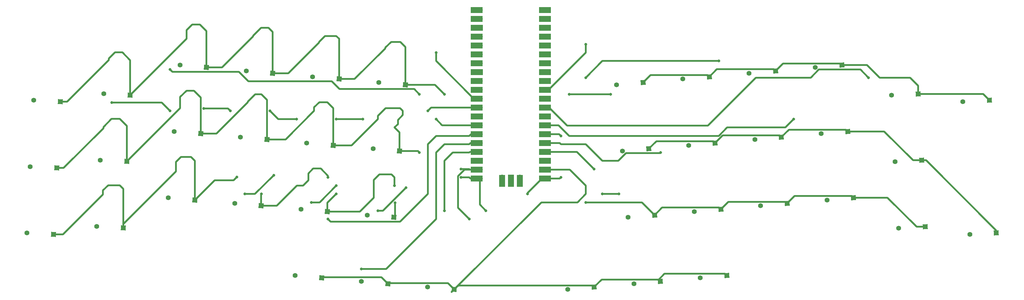
<source format=gbr>
G04 #@! TF.GenerationSoftware,KiCad,Pcbnew,8.0.3*
G04 #@! TF.CreationDate,2024-08-04T13:44:25+09:00*
G04 #@! TF.ProjectId,first_keyboard,66697273-745f-46b6-9579-626f6172642e,rev?*
G04 #@! TF.SameCoordinates,Original*
G04 #@! TF.FileFunction,Copper,L1,Top*
G04 #@! TF.FilePolarity,Positive*
%FSLAX46Y46*%
G04 Gerber Fmt 4.6, Leading zero omitted, Abs format (unit mm)*
G04 Created by KiCad (PCBNEW 8.0.3) date 2024-08-04 13:44:25*
%MOMM*%
%LPD*%
G01*
G04 APERTURE LIST*
G04 Aperture macros list*
%AMRotRect*
0 Rectangle, with rotation*
0 The origin of the aperture is its center*
0 $1 length*
0 $2 width*
0 $3 Rotation angle, in degrees counterclockwise*
0 Add horizontal line*
21,1,$1,$2,0,0,$3*%
G04 Aperture macros list end*
G04 #@! TA.AperFunction,ComponentPad*
%ADD10RotRect,1.397000X1.397000X185.000000*%
G04 #@! TD*
G04 #@! TA.AperFunction,ComponentPad*
%ADD11C,1.397000*%
G04 #@! TD*
G04 #@! TA.AperFunction,ComponentPad*
%ADD12RotRect,1.397000X1.397000X183.000000*%
G04 #@! TD*
G04 #@! TA.AperFunction,ComponentPad*
%ADD13RotRect,1.397000X1.397000X177.000000*%
G04 #@! TD*
G04 #@! TA.AperFunction,ComponentPad*
%ADD14RotRect,1.397000X1.397000X175.000000*%
G04 #@! TD*
G04 #@! TA.AperFunction,ComponentPad*
%ADD15O,1.700000X1.700000*%
G04 #@! TD*
G04 #@! TA.AperFunction,SMDPad,CuDef*
%ADD16R,3.500000X1.700000*%
G04 #@! TD*
G04 #@! TA.AperFunction,ComponentPad*
%ADD17R,1.700000X1.700000*%
G04 #@! TD*
G04 #@! TA.AperFunction,SMDPad,CuDef*
%ADD18R,1.700000X3.500000*%
G04 #@! TD*
G04 #@! TA.AperFunction,ViaPad*
%ADD19C,0.800000*%
G04 #@! TD*
G04 #@! TA.AperFunction,Conductor*
%ADD20C,0.500000*%
G04 #@! TD*
G04 APERTURE END LIST*
D10*
X255456745Y-177472751D03*
D11*
X247865741Y-178136881D03*
D12*
X351303278Y-144569738D03*
D11*
X343693722Y-144968542D03*
D10*
X271113621Y-137857416D03*
D11*
X263522617Y-138521546D03*
D13*
X103318780Y-181161302D03*
D11*
X95709224Y-180762498D03*
D10*
X312389272Y-172491800D03*
D11*
X304798268Y-173155930D03*
D14*
X160121436Y-195454073D03*
D11*
X152530432Y-194789943D03*
D10*
X291751447Y-155174608D03*
D11*
X284160443Y-155838738D03*
D10*
X274434254Y-175812434D03*
D11*
X266843250Y-176476564D03*
D13*
X85306277Y-144968541D03*
D11*
X77696721Y-144569737D03*
D14*
X123826735Y-173155930D03*
D11*
X116235731Y-172491800D03*
D14*
X180759262Y-178136881D03*
D11*
X173168258Y-177472751D03*
D12*
X330921779Y-142777540D03*
D11*
X323312223Y-143176344D03*
D10*
X252136112Y-139517733D03*
D11*
X244545108Y-140181863D03*
D12*
X331918779Y-161801432D03*
D11*
X324309223Y-162200236D03*
D14*
X184079895Y-140181863D03*
D11*
X176488891Y-139517733D03*
D13*
X84309277Y-163992433D03*
D11*
X76699721Y-163593629D03*
D14*
X144464560Y-155838738D03*
D11*
X136873556Y-155174608D03*
D13*
X105312780Y-143113516D03*
D11*
X97703224Y-142714712D03*
D14*
X142804244Y-174816247D03*
D11*
X135213240Y-174152117D03*
D10*
X293411763Y-174152117D03*
D11*
X285820759Y-174816247D03*
D13*
X104315780Y-162137409D03*
D11*
X96706224Y-161738605D03*
D14*
X198076454Y-198774707D03*
D11*
X190485450Y-198110577D03*
D12*
X353297276Y-182617522D03*
D11*
X345687720Y-183016326D03*
D10*
X257117062Y-196450260D03*
D11*
X249526058Y-197114390D03*
D10*
X309068639Y-134536782D03*
D11*
X301477635Y-135200912D03*
D10*
X290091130Y-136197099D03*
D11*
X282500126Y-136861229D03*
D10*
X253796429Y-158495242D03*
D11*
X246205425Y-159159372D03*
D14*
X161781753Y-176476564D03*
D11*
X154190749Y-175812434D03*
D10*
X310728956Y-153514291D03*
D11*
X303137952Y-154178421D03*
D10*
X238139553Y-198110577D03*
D11*
X230548549Y-198774707D03*
D14*
X146124877Y-136861229D03*
D11*
X138533873Y-136197099D03*
D12*
X332915779Y-180825325D03*
D11*
X325306223Y-181224129D03*
D14*
X163442069Y-157499055D03*
D11*
X155851065Y-156834925D03*
D14*
X182419578Y-159159372D03*
D11*
X174828574Y-158495242D03*
D13*
X83312277Y-183016327D03*
D11*
X75702721Y-182617523D03*
D14*
X125487051Y-154178421D03*
D11*
X117896047Y-153514291D03*
D14*
X127147368Y-135200912D03*
D11*
X119556364Y-134536782D03*
D14*
X165102386Y-138521546D03*
D11*
X157511382Y-137857416D03*
D10*
X272773938Y-156834925D03*
D11*
X265182934Y-157499055D03*
D14*
X179098945Y-197114390D03*
D11*
X171507941Y-196450260D03*
D10*
X276094571Y-194789943D03*
D11*
X268503567Y-195454073D03*
D15*
X205422500Y-118745000D03*
D16*
X204522500Y-118745000D03*
D15*
X205422500Y-121285000D03*
D16*
X204522500Y-121285000D03*
D17*
X205422500Y-123825000D03*
D16*
X204522500Y-123825000D03*
D15*
X205422500Y-126365000D03*
D16*
X204522500Y-126365000D03*
D15*
X205422500Y-128905000D03*
D16*
X204522500Y-128905000D03*
D15*
X205422500Y-131445000D03*
D16*
X204522500Y-131445000D03*
D15*
X205422500Y-133985000D03*
D16*
X204522500Y-133985000D03*
D17*
X205422500Y-136525000D03*
D16*
X204522500Y-136525000D03*
D15*
X205422500Y-139065000D03*
D16*
X204522500Y-139065000D03*
D15*
X205422500Y-141605000D03*
D16*
X204522500Y-141605000D03*
D15*
X205422500Y-144145000D03*
D16*
X204522500Y-144145000D03*
D15*
X205422500Y-146685000D03*
D16*
X204522500Y-146685000D03*
D17*
X205422500Y-149225000D03*
D16*
X204522500Y-149225000D03*
D15*
X205422500Y-151765000D03*
D16*
X204522500Y-151765000D03*
D15*
X205422500Y-154305000D03*
D16*
X204522500Y-154305000D03*
D15*
X205422500Y-156845000D03*
D16*
X204522500Y-156845000D03*
D15*
X205422500Y-159385000D03*
D16*
X204522500Y-159385000D03*
D17*
X205422500Y-161925000D03*
D16*
X204522500Y-161925000D03*
D15*
X205422500Y-164465000D03*
D16*
X204522500Y-164465000D03*
D15*
X205422500Y-167005000D03*
D16*
X204522500Y-167005000D03*
D15*
X223202500Y-167005000D03*
D16*
X224102500Y-167005000D03*
D15*
X223202500Y-164465000D03*
D16*
X224102500Y-164465000D03*
D17*
X223202500Y-161925000D03*
D16*
X224102500Y-161925000D03*
D15*
X223202500Y-159385000D03*
D16*
X224102500Y-159385000D03*
D15*
X223202500Y-156845000D03*
D16*
X224102500Y-156845000D03*
D15*
X223202500Y-154305000D03*
D16*
X224102500Y-154305000D03*
D15*
X223202500Y-151765000D03*
D16*
X224102500Y-151765000D03*
D17*
X223202500Y-149225000D03*
D16*
X224102500Y-149225000D03*
D15*
X223202500Y-146685000D03*
D16*
X224102500Y-146685000D03*
D15*
X223202500Y-144145000D03*
D16*
X224102500Y-144145000D03*
D15*
X223202500Y-141605000D03*
D16*
X224102500Y-141605000D03*
D15*
X223202500Y-139065000D03*
D16*
X224102500Y-139065000D03*
D17*
X223202500Y-136525000D03*
D16*
X224102500Y-136525000D03*
D15*
X223202500Y-133985000D03*
D16*
X224102500Y-133985000D03*
D15*
X223202500Y-131445000D03*
D16*
X224102500Y-131445000D03*
D15*
X223202500Y-128905000D03*
D16*
X224102500Y-128905000D03*
D15*
X223202500Y-126365000D03*
D16*
X224102500Y-126365000D03*
D17*
X223202500Y-123825000D03*
D16*
X224102500Y-123825000D03*
D15*
X223202500Y-121285000D03*
D16*
X224102500Y-121285000D03*
D15*
X223202500Y-118745000D03*
D16*
X224102500Y-118745000D03*
D15*
X211772500Y-166775000D03*
D18*
X211772500Y-167675000D03*
D17*
X214312500Y-166775000D03*
D18*
X214312500Y-167675000D03*
D15*
X216852500Y-166775000D03*
D18*
X216852500Y-167675000D03*
D19*
X195262500Y-142875000D03*
X242887500Y-142875000D03*
X230981250Y-142875000D03*
X200025000Y-164306250D03*
X202406250Y-178593750D03*
X188118750Y-159543750D03*
X207168750Y-176212500D03*
X200025000Y-166687500D03*
X240506250Y-171450000D03*
X245268750Y-171450000D03*
X181115089Y-173971339D03*
X180975000Y-169068750D03*
X219075000Y-171450000D03*
X161925000Y-166687500D03*
X135862534Y-166556216D03*
X164306250Y-171450000D03*
X142875000Y-171450000D03*
X235743750Y-173831250D03*
X228600000Y-166687500D03*
X138112500Y-171450000D03*
X146423971Y-166069604D03*
X164306250Y-169068750D03*
X157162500Y-173831250D03*
X176212500Y-176212500D03*
X184258293Y-169626053D03*
X192881250Y-130968750D03*
X152917906Y-150018750D03*
X116681250Y-147637500D03*
X164306250Y-150018750D03*
X190500000Y-147637500D03*
X145314560Y-147637500D03*
X133940399Y-147637500D03*
X126337050Y-146964916D03*
X100012500Y-145256250D03*
X171895416Y-150018750D03*
X192881250Y-150018750D03*
X116681250Y-135731250D03*
X188118750Y-142875000D03*
X161925000Y-178593750D03*
X171450000Y-192881250D03*
X195262500Y-176212500D03*
X238125000Y-164306250D03*
X257175000Y-159543750D03*
X228600000Y-154781250D03*
X235743750Y-138112500D03*
X273843750Y-133350000D03*
X295275000Y-150018750D03*
X316706250Y-138112500D03*
X235743750Y-128587500D03*
D20*
X127147368Y-135200912D02*
X131616928Y-135200912D01*
X140493750Y-126324090D02*
X140493750Y-126098094D01*
X100927164Y-130902168D02*
X103042034Y-130902168D01*
X103042034Y-130902168D02*
X105312780Y-133172914D01*
X164300725Y-126200725D02*
X165102386Y-127002386D01*
X319872604Y-138112500D02*
X328612500Y-138112500D01*
X99163082Y-133028001D02*
X99163082Y-132666250D01*
X202406250Y-164306250D02*
X202565000Y-164465000D01*
X195262500Y-142875000D02*
X192569363Y-140181863D01*
X316296886Y-134536782D02*
X319872604Y-138112500D01*
X123073928Y-122880091D02*
X125261341Y-122880091D01*
X330921779Y-142777540D02*
X349511080Y-142777540D01*
X140493750Y-126098094D02*
X142766844Y-123825000D01*
X144928078Y-123825000D02*
X146124877Y-125021799D01*
X290091130Y-136197099D02*
X292235817Y-134052412D01*
X199175000Y-166335418D02*
X199175000Y-175362500D01*
X165102386Y-127002386D02*
X165102386Y-138521546D01*
X146124877Y-136861229D02*
X150594439Y-136861229D01*
X271113621Y-137857416D02*
X273258308Y-135712729D01*
X289606760Y-135712729D02*
X290091130Y-136197099D01*
X178368852Y-129498645D02*
X180006455Y-127861042D01*
X121443750Y-126982546D02*
X121443750Y-124510269D01*
X131616928Y-135200912D02*
X140493750Y-126324090D01*
X127147368Y-124766118D02*
X127147368Y-135200912D01*
X273258308Y-135712729D02*
X289606760Y-135712729D01*
X252136112Y-139517733D02*
X254280799Y-137373046D01*
X165102386Y-138521546D02*
X169571947Y-138521546D01*
X201045418Y-164465000D02*
X199175000Y-166335418D01*
X180006455Y-127861042D02*
X182629792Y-127861042D01*
X99163082Y-132666250D02*
X100927164Y-130902168D01*
X270629251Y-137373046D02*
X271113621Y-137857416D01*
X242887500Y-142875000D02*
X230981250Y-142875000D01*
X349511080Y-142777540D02*
X351303278Y-144569738D01*
X182629792Y-127861042D02*
X184079895Y-129311145D01*
X199175000Y-175362500D02*
X202406250Y-178593750D01*
X330921779Y-140421779D02*
X330921779Y-142777540D01*
X309068639Y-134536782D02*
X316296886Y-134536782D01*
X192569363Y-140181863D02*
X184079895Y-140181863D01*
X308584269Y-134052412D02*
X309068639Y-134536782D01*
X205422500Y-164465000D02*
X201045418Y-164465000D01*
X150594439Y-136861229D02*
X159391344Y-128064324D01*
X200025000Y-164306250D02*
X202406250Y-164306250D01*
X328612500Y-138112500D02*
X330921779Y-140421779D01*
X169571947Y-138521546D02*
X178368852Y-129724641D01*
X161101509Y-126200725D02*
X164300725Y-126200725D01*
X146124877Y-125021799D02*
X146124877Y-136861229D01*
X85306277Y-144968541D02*
X87222542Y-144968541D01*
X254280799Y-137373046D02*
X270629251Y-137373046D01*
X105312780Y-133172914D02*
X105312780Y-143113516D01*
X159391344Y-128064324D02*
X159391344Y-127910890D01*
X125261341Y-122880091D02*
X127147368Y-124766118D01*
X292235817Y-134052412D02*
X308584269Y-134052412D01*
X105312780Y-143113516D02*
X121443750Y-126982546D01*
X142766844Y-123825000D02*
X144928078Y-123825000D01*
X184079895Y-129311145D02*
X184079895Y-140181863D01*
X178368852Y-129724641D02*
X178368852Y-129498645D01*
X121443750Y-124510269D02*
X123073928Y-122880091D01*
X87222542Y-144968541D02*
X99163082Y-133028001D01*
X202565000Y-164465000D02*
X205422500Y-164465000D01*
X159391344Y-127910890D02*
X161101509Y-126200725D01*
X205422500Y-174466250D02*
X205422500Y-167005000D01*
X202723750Y-167005000D02*
X205422500Y-167005000D01*
X125487051Y-143787409D02*
X125487051Y-154178421D01*
X102301061Y-149926061D02*
X104315780Y-151940780D01*
X119595589Y-146857600D02*
X119595589Y-143675623D01*
X183356250Y-147637500D02*
X183356250Y-148818637D01*
X104315780Y-151940780D02*
X104315780Y-162137409D01*
X104315780Y-162137409D02*
X119595589Y-146857600D01*
X142875000Y-142875000D02*
X144464560Y-144464560D01*
X97631250Y-152586728D02*
X97631250Y-152268779D01*
X163442069Y-146904340D02*
X163442069Y-157499055D01*
X245268750Y-171450000D02*
X240506250Y-171450000D01*
X157976725Y-146642700D02*
X159441191Y-145178234D01*
X329467818Y-161801432D02*
X331918779Y-161801432D01*
X121413612Y-141857600D02*
X123557242Y-141857600D01*
X333180644Y-161801432D02*
X353297276Y-181918064D01*
X178418701Y-146838552D02*
X182557302Y-146838552D01*
X182557302Y-146838552D02*
X183356250Y-147637500D01*
X207168750Y-176212500D02*
X205422500Y-174466250D01*
X119595589Y-143675623D02*
X121413612Y-141857600D01*
X182419578Y-159159372D02*
X187734372Y-159159372D01*
X138999216Y-144982384D02*
X141106600Y-142875000D01*
X272773938Y-156834925D02*
X274918625Y-154690238D01*
X157976725Y-147637500D02*
X157976725Y-146642700D01*
X181954235Y-151420765D02*
X180975000Y-152400000D01*
X353297276Y-181918064D02*
X353297276Y-182617522D01*
X149775487Y-155838738D02*
X157976725Y-147637500D01*
X86225545Y-163992433D02*
X97631250Y-152586728D01*
X161715963Y-145178234D02*
X163442069Y-146904340D01*
X176212500Y-150018750D02*
X176212500Y-149044753D01*
X321180677Y-153514291D02*
X329467818Y-161801432D01*
X182419578Y-153844578D02*
X182419578Y-159159372D01*
X187734372Y-159159372D02*
X188118750Y-159543750D01*
X255941116Y-156350555D02*
X272289568Y-156350555D01*
X291267077Y-154690238D02*
X291751447Y-155174608D01*
X84309277Y-163992433D02*
X86225545Y-163992433D01*
X176212500Y-149044753D02*
X178418701Y-146838552D01*
X310244586Y-153029921D02*
X310728956Y-153514291D01*
X141106600Y-142875000D02*
X142875000Y-142875000D01*
X274918625Y-154690238D02*
X291267077Y-154690238D01*
X181954235Y-150220652D02*
X181954235Y-151420765D01*
X310728956Y-153514291D02*
X321180677Y-153514291D01*
X163442069Y-157499055D02*
X168732195Y-157499055D01*
X331918779Y-161801432D02*
X333180644Y-161801432D01*
X129956613Y-154178421D02*
X138999216Y-145135818D01*
X272289568Y-156350555D02*
X272773938Y-156834925D01*
X291751447Y-155174608D02*
X293896134Y-153029921D01*
X125487051Y-154178421D02*
X129956613Y-154178421D01*
X293896134Y-153029921D02*
X310244586Y-153029921D01*
X97631250Y-152268779D02*
X99973968Y-149926061D01*
X159441191Y-145178234D02*
X161715963Y-145178234D01*
X144464560Y-155838738D02*
X149775487Y-155838738D01*
X138999216Y-145135818D02*
X138999216Y-144982384D01*
X99973968Y-149926061D02*
X102301061Y-149926061D01*
X144464560Y-144464560D02*
X144464560Y-155838738D01*
X180975000Y-152400000D02*
X182419578Y-153844578D01*
X123557242Y-141857600D02*
X125487051Y-143787409D01*
X200025000Y-166687500D02*
X202406250Y-166687500D01*
X168732195Y-157499055D02*
X176212500Y-150018750D01*
X183356250Y-148818637D02*
X181954235Y-150220652D01*
X253796429Y-158495242D02*
X255941116Y-156350555D01*
X202406250Y-166687500D02*
X202723750Y-167005000D01*
X97512500Y-171568750D02*
X97512500Y-170414416D01*
X181115089Y-173971339D02*
X181115089Y-177781054D01*
X154781250Y-169068750D02*
X156316407Y-167533593D01*
X134923324Y-167495426D02*
X135862534Y-166556216D01*
X255456745Y-177472751D02*
X257601432Y-175328064D01*
X164306250Y-171450000D02*
X161781753Y-173974497D01*
X147273801Y-174816247D02*
X153021298Y-169068750D01*
X330464821Y-180825325D02*
X332915779Y-180825325D01*
X122735109Y-160835109D02*
X123826735Y-161926735D01*
X295556450Y-172007430D02*
X311904902Y-172007430D01*
X103318780Y-180049970D02*
X118361391Y-165007359D01*
X219075000Y-171450000D02*
X219075000Y-171132500D01*
X142804244Y-171520756D02*
X142875000Y-171450000D01*
X142804244Y-174816247D02*
X142804244Y-171520756D01*
X153021298Y-169068750D02*
X154781250Y-169068750D01*
X119825857Y-160835109D02*
X122735109Y-160835109D01*
X176685821Y-165816059D02*
X180103559Y-165816059D01*
X223202500Y-167005000D02*
X228282500Y-167005000D01*
X156316407Y-167533593D02*
X156316407Y-165547645D01*
X129487239Y-167495426D02*
X134923324Y-167495426D01*
X123826735Y-161926735D02*
X123826735Y-173155930D01*
X257601432Y-175328064D02*
X273949884Y-175328064D01*
X322131296Y-172491800D02*
X330464821Y-180825325D01*
X219075000Y-171132500D02*
X223202500Y-167005000D01*
X274434254Y-175812434D02*
X276578941Y-173667747D01*
X98976966Y-168949950D02*
X102274950Y-168949950D01*
X171097878Y-176476564D02*
X175048218Y-172526224D01*
X97512500Y-170414416D02*
X98976966Y-168949950D01*
X161781753Y-173974497D02*
X161781753Y-176476564D01*
X83312277Y-183016327D02*
X86064923Y-183016327D01*
X123826735Y-173155930D02*
X129487239Y-167495426D01*
X175048218Y-167453662D02*
X176685821Y-165816059D01*
X175048218Y-172526224D02*
X175048218Y-167453662D01*
X156316407Y-165547645D02*
X157708311Y-164155741D01*
X103318780Y-169993780D02*
X103318780Y-181161302D01*
X161925000Y-166228800D02*
X161925000Y-166687500D01*
X157708311Y-164155741D02*
X159851941Y-164155741D01*
X118361391Y-162299575D02*
X119825857Y-160835109D01*
X293411763Y-174152117D02*
X295556450Y-172007430D01*
X292927393Y-173667747D02*
X293411763Y-174152117D01*
X159851941Y-164155741D02*
X161925000Y-166228800D01*
X103318780Y-181161302D02*
X103318780Y-180049970D01*
X312389272Y-172491800D02*
X322131296Y-172491800D01*
X228282500Y-167005000D02*
X228600000Y-166687500D01*
X180103559Y-165816059D02*
X180975000Y-166687500D01*
X142804244Y-174816247D02*
X147273801Y-174816247D01*
X161781753Y-176476564D02*
X171097878Y-176476564D01*
X273949884Y-175328064D02*
X274434254Y-175812434D01*
X102274950Y-168949950D02*
X103318780Y-169993780D01*
X235743750Y-173831250D02*
X251815244Y-173831250D01*
X311904902Y-172007430D02*
X312389272Y-172491800D01*
X118361391Y-165007359D02*
X118361391Y-162299575D01*
X86064923Y-183016327D02*
X97512500Y-171568750D01*
X276578941Y-173667747D02*
X292927393Y-173667747D01*
X251815244Y-173831250D02*
X255456745Y-177472751D01*
X181115089Y-177781054D02*
X180759262Y-178136881D01*
X180975000Y-166687500D02*
X180975000Y-169068750D01*
X179251258Y-196962077D02*
X196263824Y-196962077D01*
X256632692Y-195965890D02*
X258293009Y-194305573D01*
X275610201Y-194305573D02*
X276094571Y-194789943D01*
X160121436Y-195454073D02*
X160313009Y-195262500D01*
X179098945Y-197114390D02*
X179251258Y-196962077D01*
X223202500Y-164465000D02*
X231140000Y-164465000D01*
X231140000Y-164465000D02*
X235743750Y-169068750D01*
X199224954Y-197626207D02*
X237655183Y-197626207D01*
X235743750Y-169068750D02*
X235743750Y-171450000D01*
X197335988Y-199515173D02*
X198076454Y-198774707D01*
X196263824Y-196962077D02*
X198076454Y-198774707D01*
X258293009Y-194305573D02*
X275610201Y-194305573D01*
X160313009Y-195262500D02*
X177247055Y-195262500D01*
X177247055Y-195262500D02*
X179098945Y-197114390D01*
X256632692Y-195965890D02*
X257117062Y-196450260D01*
X223019911Y-173831250D02*
X198076454Y-198774707D01*
X240284240Y-195965890D02*
X256632692Y-195965890D01*
X233362500Y-173831250D02*
X223019911Y-173831250D01*
X198076454Y-198774707D02*
X199224954Y-197626207D01*
X238139553Y-198110577D02*
X240284240Y-195965890D01*
X235743750Y-171450000D02*
X233362500Y-173831250D01*
X237655183Y-197626207D02*
X238139553Y-198110577D01*
X141043575Y-171450000D02*
X138112500Y-171450000D01*
X146423971Y-166069604D02*
X141043575Y-171450000D01*
X159543750Y-173831250D02*
X157162500Y-173831250D01*
X164306250Y-169068750D02*
X159543750Y-173831250D01*
X177671846Y-176212500D02*
X176212500Y-176212500D01*
X184258293Y-169626053D02*
X177671846Y-176212500D01*
X203676250Y-144145000D02*
X205422500Y-144145000D01*
X192881250Y-130968750D02*
X192881250Y-133350000D01*
X192881250Y-133350000D02*
X203676250Y-144145000D01*
X164306250Y-150018750D02*
X171895416Y-150018750D01*
X100012500Y-145256250D02*
X114300000Y-145256250D01*
X133267815Y-146964916D02*
X133940399Y-147637500D01*
X190500000Y-147637500D02*
X191452500Y-146685000D01*
X126337050Y-146964916D02*
X133267815Y-146964916D01*
X145314560Y-147637500D02*
X147695810Y-150018750D01*
X114300000Y-145256250D02*
X116681250Y-147637500D01*
X147695810Y-150018750D02*
X152917906Y-150018750D01*
X191452500Y-146685000D02*
X205422500Y-146685000D01*
X192881250Y-150018750D02*
X194627500Y-151765000D01*
X116681250Y-135731250D02*
X117357632Y-136407632D01*
X139178625Y-139178625D02*
X162991125Y-139178625D01*
X117357632Y-136407632D02*
X136407632Y-136407632D01*
X136407632Y-136407632D02*
X139178625Y-139178625D01*
X162991125Y-139178625D02*
X165201083Y-141388583D01*
X186632333Y-141388583D02*
X188118750Y-142875000D01*
X165201083Y-141388583D02*
X186632333Y-141388583D01*
X194627500Y-151765000D02*
X205422500Y-151765000D01*
X202882500Y-154305000D02*
X205422500Y-154305000D01*
X190500000Y-171450000D02*
X190500000Y-157162500D01*
X192881250Y-154781250D02*
X202406250Y-154781250D01*
X182606399Y-179343601D02*
X190500000Y-171450000D01*
X190500000Y-157162500D02*
X192881250Y-154781250D01*
X202406250Y-154781250D02*
X202882500Y-154305000D01*
X162674851Y-179343601D02*
X182606399Y-179343601D01*
X161925000Y-178593750D02*
X162674851Y-179343601D01*
X178593750Y-192881250D02*
X192881250Y-178593750D01*
X202723750Y-156845000D02*
X205422500Y-156845000D01*
X202406250Y-157162500D02*
X202723750Y-156845000D01*
X192881250Y-178593750D02*
X192881250Y-159543750D01*
X171450000Y-192881250D02*
X178593750Y-192881250D01*
X192881250Y-159543750D02*
X195262500Y-157162500D01*
X195262500Y-157162500D02*
X202406250Y-157162500D01*
X197643750Y-159543750D02*
X202406250Y-159543750D01*
X195262500Y-161925000D02*
X197643750Y-159543750D01*
X202406250Y-159543750D02*
X202565000Y-159385000D01*
X202565000Y-159385000D02*
X205422500Y-159385000D01*
X195262500Y-176212500D02*
X195262500Y-161925000D01*
X233203750Y-159385000D02*
X223202500Y-159385000D01*
X238125000Y-164306250D02*
X233203750Y-159385000D01*
X257016788Y-159701962D02*
X247287060Y-159701962D01*
X228600000Y-157162500D02*
X235743750Y-157162500D01*
X247287060Y-159701962D02*
X245064022Y-161925000D01*
X228600000Y-157162500D02*
X228282500Y-156845000D01*
X240506250Y-161925000D02*
X235743750Y-157162500D01*
X257175000Y-159543750D02*
X257016788Y-159701962D01*
X245064022Y-161925000D02*
X240506250Y-161925000D01*
X228282500Y-156845000D02*
X223202500Y-156845000D01*
X240506250Y-133350000D02*
X235743750Y-138112500D01*
X273843750Y-133350000D02*
X240506250Y-133350000D01*
X228600000Y-154781250D02*
X228123750Y-154305000D01*
X228123750Y-154305000D02*
X223202500Y-154305000D01*
X276218913Y-152400000D02*
X273837663Y-154781250D01*
X292893750Y-152400000D02*
X276218913Y-152400000D01*
X273837663Y-154781250D02*
X230981250Y-154781250D01*
X295275000Y-150018750D02*
X292893750Y-152400000D01*
X230981250Y-154781250D02*
X227965000Y-151765000D01*
X227965000Y-151765000D02*
X223202500Y-151765000D01*
X314401386Y-135807636D02*
X302495136Y-135807636D01*
X316706250Y-138112500D02*
X314401386Y-135807636D01*
X284453247Y-138112500D02*
X270727198Y-151838549D01*
X302495136Y-135807636D02*
X300190272Y-138112500D01*
X225266250Y-146685000D02*
X223202500Y-146685000D01*
X270727198Y-151838549D02*
X230419799Y-151838549D01*
X300190272Y-138112500D02*
X284453247Y-138112500D01*
X230419799Y-151838549D02*
X225266250Y-146685000D01*
X225107500Y-141605000D02*
X223202500Y-141605000D01*
X235743750Y-130968750D02*
X225107500Y-141605000D01*
X235743750Y-128587500D02*
X235743750Y-130968750D01*
M02*

</source>
